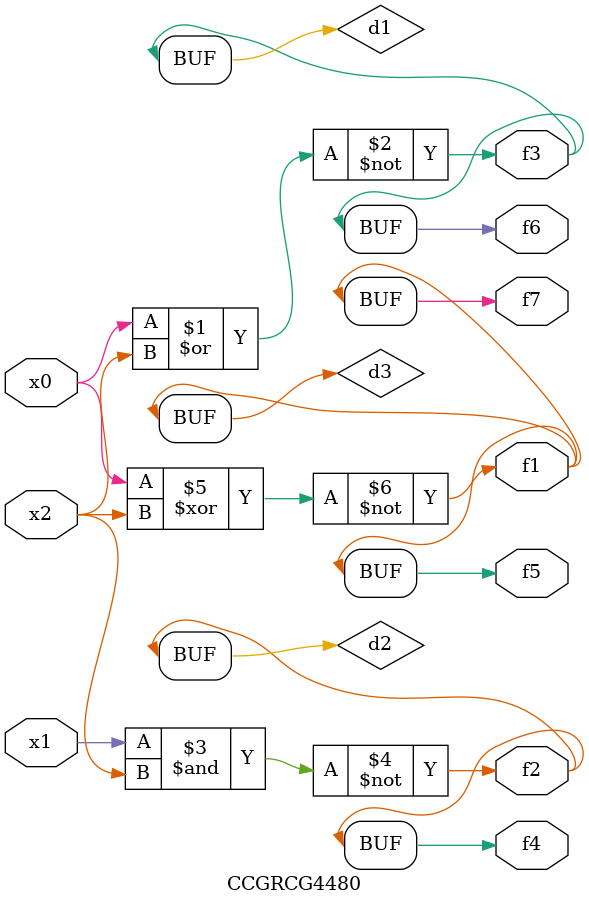
<source format=v>
module CCGRCG4480(
	input x0, x1, x2,
	output f1, f2, f3, f4, f5, f6, f7
);

	wire d1, d2, d3;

	nor (d1, x0, x2);
	nand (d2, x1, x2);
	xnor (d3, x0, x2);
	assign f1 = d3;
	assign f2 = d2;
	assign f3 = d1;
	assign f4 = d2;
	assign f5 = d3;
	assign f6 = d1;
	assign f7 = d3;
endmodule

</source>
